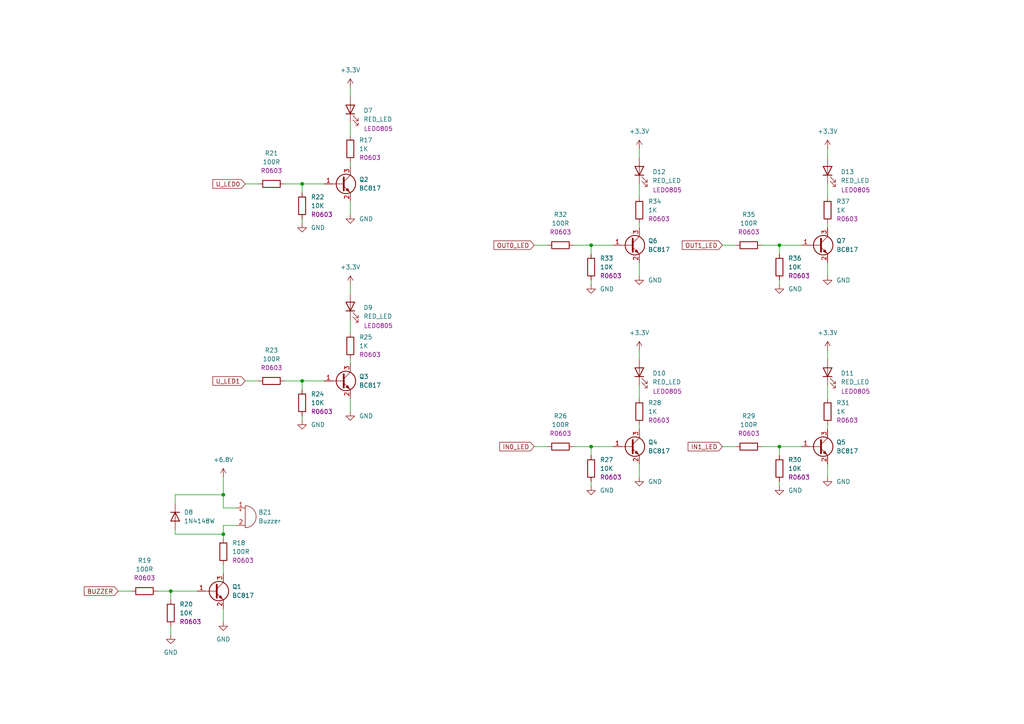
<source format=kicad_sch>
(kicad_sch (version 20250114) (generator "eeschema") (generator_version "9.0")
  (paper "A4")
  (lib_symbols
    (symbol "Device:Buzzer" (pin_names (offset 0.0254) (hide yes))
      (property "Reference" "BZ" (at 3.81 1.27 0))
      (property "Value" "Buzzer" (at 3.81 -1.27 0))
      (symbol "Buzzer_0_1"
        (polyline (pts (xy -1.651 1.905) (xy -1.143 1.905)))
        (polyline (pts (xy -1.397 2.159) (xy -1.397 1.651)))
        (arc (start 0 3.175) (mid 3.1612 0) (end 0 -3.175))
        (polyline (pts (xy 0 3.175) (xy 0 -3.175)))
      )
      (symbol "Buzzer_1_1"
        (pin passive line (at -2.54 2.54 0) (length 2.54) (name "+") (number "1"))
        (pin passive line (at -2.54 -2.54 0) (length 2.54) (name "-") (number "2"))
      )
    )
    (symbol "Device:LED" (pin_numbers (hide yes)) (pin_names (offset 1.016) (hide yes))
      (property "Reference" "D" (at 0 2.54 0))
      (property "Value" "LED" (at 0 -2.54 0))
      (symbol "LED_0_1"
        (polyline (pts (xy -3.048 -0.762) (xy -4.572 -2.286) (xy -3.81 -2.286) (xy -4.572 -2.286) (xy -4.572 -1.524)))
        (polyline (pts (xy -1.778 -0.762) (xy -3.302 -2.286) (xy -2.54 -2.286) (xy -3.302 -2.286) (xy -3.302 -1.524)))
        (polyline (pts (xy -1.27 0) (xy 1.27 0)))
        (polyline (pts (xy -1.27 -1.27) (xy -1.27 1.27)) (stroke (width 0.254)))
        (polyline (pts (xy 1.27 -1.27) (xy 1.27 1.27) (xy -1.27 0) (xy 1.27 -1.27)) (stroke (width 0.254)))
      )
      (symbol "LED_1_1"
        (pin passive line (at -3.81 0 0) (length 2.54) (name "K") (number "1"))
        (pin passive line (at 3.81 0 180) (length 2.54) (name "A") (number "2"))
      )
    )
    (symbol "Device:R" (pin_numbers (hide yes)) (pin_names (offset 0))
      (property "Reference" "R" (at 2.032 0 90))
      (property "Value" "R" (at 0 0 90))
      (symbol "R_0_1"
        (rectangle (start -1.016 -2.54) (end 1.016 2.54) (stroke (width 0.254)))
      )
      (symbol "R_1_1"
        (pin passive line (at 0 3.81 270) (length 1.27) (name "~") (number "1"))
        (pin passive line (at 0 -3.81 90) (length 1.27) (name "~") (number "2"))
      )
    )
    (symbol "Diode:1N4148W" (pin_numbers (hide yes)) (pin_names (hide yes))
      (property "Reference" "D" (at 0 2.54 0))
      (property "Value" "1N4148W" (at 0 -2.54 0))
      (symbol "1N4148W_0_1"
        (polyline (pts (xy -1.27 1.27) (xy -1.27 -1.27)) (stroke (width 0.254)))
        (polyline (pts (xy 1.27 1.27) (xy 1.27 -1.27) (xy -1.27 0) (xy 1.27 1.27)) (stroke (width 0.254)))
        (polyline (pts (xy 1.27 0) (xy -1.27 0)))
      )
      (symbol "1N4148W_1_1"
        (pin passive line (at -3.81 0 0) (length 2.54) (name "K") (number "1"))
        (pin passive line (at 3.81 0 180) (length 2.54) (name "A") (number "2"))
      )
    )
    (symbol "Transistor_BJT:BC817" (pin_names (offset 0) (hide yes))
      (property "Reference" "Q" (at 5.08 1.905 0))
      (property "Value" "BC817" (at 5.08 0 0))
      (symbol "BC817_0_1"
        (polyline (pts (xy -2.54 0) (xy 0.635 0)))
        (polyline (pts (xy 0.635 1.905) (xy 0.635 -1.905)) (stroke (width 0.508)))
        (circle (center 1.27 0) (radius 2.8194) (stroke (width 0.254)))
      )
      (symbol "BC817_1_1"
        (polyline (pts (xy 0.635 0.635) (xy 2.54 2.54)))
        (polyline (pts (xy 0.635 -0.635) (xy 2.54 -2.54)))
        (polyline (pts (xy 1.27 -1.778) (xy 1.778 -1.27) (xy 2.286 -2.286) (xy 1.27 -1.778)) (fill (type outline)))
        (pin input line (at -5.08 0 0) (length 2.54) (name "B") (number "1"))
        (pin passive line (at 2.54 5.08 270) (length 2.54) (name "C") (number "3"))
        (pin passive line (at 2.54 -5.08 90) (length 2.54) (name "E") (number "2"))
      )
    )
    (symbol "power:+3.3V" (power) (pin_numbers (hide yes)) (pin_names (offset 0) (hide yes))
      (property "Value" "+3.3V" (at 0 3.556 0))
      (symbol "+3.3V_0_1"
        (polyline (pts (xy -0.762 1.27) (xy 0 2.54)))
        (polyline (pts (xy 0 2.54) (xy 0.762 1.27)))
        (polyline (pts (xy 0 0) (xy 0 2.54)))
      )
      (symbol "+3.3V_1_1"
        (pin power_in line (at 0 0 90) (length 0) (name "~") (number "1"))
      )
    )
    (symbol "power:GND" (power) (pin_numbers (hide yes)) (pin_names (offset 0) (hide yes))
      (property "Value" "GND" (at 0 -3.81 0))
      (symbol "GND_0_1"
        (polyline (pts (xy 0 0) (xy 0 -1.27) (xy 1.27 -1.27) (xy 0 -2.54) (xy -1.27 -1.27) (xy 0 -1.27)))
      )
      (symbol "GND_1_1"
        (pin power_in line (at 0 0 270) (length 0) (name "~") (number "1"))
      )
    )
  )
  (junction (at 49.53 171.45))
  (junction (at 226.06 129.54))
  (junction (at 64.77 143.51))
  (junction (at 171.45 71.12))
  (junction (at 226.06 71.12))
  (junction (at 64.77 154.94))
  (junction (at 87.63 110.49))
  (junction (at 87.63 53.34))
  (junction (at 171.45 129.54))
  (wire (pts (xy 50.8 146.05) (xy 50.8 143.51)))
  (wire (pts (xy 64.77 143.51) (xy 64.77 147.32)))
  (wire (pts (xy 154.94 71.12) (xy 158.75 71.12)))
  (wire (pts (xy 154.94 129.54) (xy 158.75 129.54)))
  (wire (pts (xy 45.72 171.45) (xy 49.53 171.45)))
  (wire (pts (xy 226.06 71.12) (xy 232.41 71.12)))
  (wire (pts (xy 209.55 129.54) (xy 213.36 129.54)))
  (wire (pts (xy 185.42 101.6) (xy 185.42 104.14)))
  (wire (pts (xy 240.03 64.77) (xy 240.03 66.04)))
  (wire (pts (xy 185.42 43.18) (xy 185.42 45.72)))
  (wire (pts (xy 64.77 163.83) (xy 64.77 166.37)))
  (wire (pts (xy 101.6 82.55) (xy 101.6 85.09)))
  (wire (pts (xy 185.42 53.34) (xy 185.42 57.15)))
  (wire (pts (xy 87.63 53.34) (xy 93.98 53.34)))
  (wire (pts (xy 82.55 53.34) (xy 87.63 53.34)))
  (wire (pts (xy 49.53 171.45) (xy 49.53 173.99)))
  (wire (pts (xy 171.45 139.7) (xy 171.45 140.97)))
  (wire (pts (xy 49.53 181.61) (xy 49.53 184.15)))
  (wire (pts (xy 101.6 25.4) (xy 101.6 27.94)))
  (wire (pts (xy 240.03 134.62) (xy 240.03 138.43)))
  (wire (pts (xy 68.58 147.32) (xy 64.77 147.32)))
  (wire (pts (xy 34.29 171.45) (xy 38.1 171.45)))
  (wire (pts (xy 64.77 152.4) (xy 64.77 154.94)))
  (wire (pts (xy 101.6 92.71) (xy 101.6 96.52)))
  (wire (pts (xy 87.63 120.65) (xy 87.63 121.92)))
  (wire (pts (xy 226.06 81.28) (xy 226.06 82.55)))
  (wire (pts (xy 71.12 110.49) (xy 74.93 110.49)))
  (wire (pts (xy 166.37 129.54) (xy 171.45 129.54)))
  (wire (pts (xy 185.42 76.2) (xy 185.42 80.01)))
  (wire (pts (xy 64.77 176.53) (xy 64.77 180.34)))
  (wire (pts (xy 71.12 53.34) (xy 74.93 53.34)))
  (wire (pts (xy 101.6 46.99) (xy 101.6 48.26)))
  (wire (pts (xy 101.6 104.14) (xy 101.6 105.41)))
  (wire (pts (xy 185.42 134.62) (xy 185.42 138.43)))
  (wire (pts (xy 185.42 64.77) (xy 185.42 66.04)))
  (wire (pts (xy 220.98 71.12) (xy 226.06 71.12)))
  (wire (pts (xy 50.8 154.94) (xy 64.77 154.94)))
  (wire (pts (xy 171.45 81.28) (xy 171.45 82.55)))
  (wire (pts (xy 171.45 129.54) (xy 171.45 132.08)))
  (wire (pts (xy 209.55 71.12) (xy 213.36 71.12)))
  (wire (pts (xy 101.6 35.56) (xy 101.6 39.37)))
  (wire (pts (xy 185.42 111.76) (xy 185.42 115.57)))
  (wire (pts (xy 240.03 123.19) (xy 240.03 124.46)))
  (wire (pts (xy 87.63 110.49) (xy 93.98 110.49)))
  (wire (pts (xy 171.45 71.12) (xy 177.8 71.12)))
  (wire (pts (xy 50.8 143.51) (xy 64.77 143.51)))
  (wire (pts (xy 87.63 53.34) (xy 87.63 55.88)))
  (wire (pts (xy 226.06 129.54) (xy 232.41 129.54)))
  (wire (pts (xy 101.6 115.57) (xy 101.6 119.38)))
  (wire (pts (xy 87.63 110.49) (xy 87.63 113.03)))
  (wire (pts (xy 226.06 139.7) (xy 226.06 140.97)))
  (wire (pts (xy 185.42 123.19) (xy 185.42 124.46)))
  (wire (pts (xy 171.45 71.12) (xy 171.45 73.66)))
  (wire (pts (xy 240.03 111.76) (xy 240.03 115.57)))
  (wire (pts (xy 64.77 154.94) (xy 64.77 156.21)))
  (wire (pts (xy 240.03 53.34) (xy 240.03 57.15)))
  (wire (pts (xy 101.6 58.42) (xy 101.6 62.23)))
  (wire (pts (xy 220.98 129.54) (xy 226.06 129.54)))
  (wire (pts (xy 240.03 76.2) (xy 240.03 80.01)))
  (wire (pts (xy 82.55 110.49) (xy 87.63 110.49)))
  (wire (pts (xy 87.63 63.5) (xy 87.63 64.77)))
  (wire (pts (xy 64.77 152.4) (xy 68.58 152.4)))
  (wire (pts (xy 226.06 71.12) (xy 226.06 73.66)))
  (wire (pts (xy 171.45 129.54) (xy 177.8 129.54)))
  (wire (pts (xy 49.53 171.45) (xy 57.15 171.45)))
  (wire (pts (xy 50.8 153.67) (xy 50.8 154.94)))
  (wire (pts (xy 166.37 71.12) (xy 171.45 71.12)))
  (wire (pts (xy 64.77 138.43) (xy 64.77 143.51)))
  (wire (pts (xy 226.06 129.54) (xy 226.06 132.08)))
  (wire (pts (xy 240.03 43.18) (xy 240.03 45.72)))
  (wire (pts (xy 240.03 101.6) (xy 240.03 104.14)))
  (global_label "BUZZER" (shape input) (at 34.29 171.45 180) (property "Intersheetrefs" "${INTERSHEET_REFS}" (effects (hide yes))))
  (global_label "IN0_LED" (shape input) (at 154.94 129.54 180) (property "Intersheetrefs" "${INTERSHEET_REFS}" (effects (hide yes))))
  (global_label "OUT1_LED" (shape input) (at 209.55 71.12 180) (property "Intersheetrefs" "${INTERSHEET_REFS}" (effects (hide yes))))
  (global_label "OUT0_LED" (shape input) (at 154.94 71.12 180) (property "Intersheetrefs" "${INTERSHEET_REFS}" (effects (hide yes))))
  (global_label "IN1_LED" (shape input) (at 209.55 129.54 180) (property "Intersheetrefs" "${INTERSHEET_REFS}" (effects (hide yes))))
  (global_label "U_LED1" (shape input) (at 71.12 110.49 180) (property "Intersheetrefs" "${INTERSHEET_REFS}" (effects (hide yes))))
  (global_label "U_LED0" (shape input) (at 71.12 53.34 180) (property "Intersheetrefs" "${INTERSHEET_REFS}" (effects (hide yes))))
  (symbol (lib_id "Device:R") (at 162.56 129.54 90) (unit 1)
    (property "Reference" "R26" (at 162.56 120.65 90))
    (property "Value" "100R" (at 162.56 123.19 90))
    (property "Footprint" "Resistor_SMD:R_0603_1608Metric" (effects (hide yes)))
    (property "Description" "Resistor" (effects (hide yes)))
    (property "Package" "R0603" (at 162.56 125.73 90))
  )
  (symbol (lib_id "power:GND") (at 87.63 64.77 0) (unit 1)
    (property "Reference" "#PWR087" (effects (hide yes)))
    (property "Value" "GND" (at 90.17 66.0399 0) (effects (justify left)))
    (property "Description" "Power symbol creates a global label with name \"GND\" , ground" (effects (hide yes)))
  )
  (symbol (lib_id "Transistor_BJT:BC817") (at 182.88 129.54 0) (unit 1)
    (property "Reference" "Q4" (at 187.96 128.2699 0) (effects (justify left)))
    (property "Value" "BC817" (at 187.96 130.8099 0) (effects (justify left)))
    (property "Footprint" "Package_TO_SOT_SMD:SOT-23" (effects (hide yes)))
    (property "Datasheet" "https://www.onsemi.com/pub/Collateral/BC818-D.pdf" (effects (hide yes)))
    (property "Description" "0.8A Ic, 45V Vce, NPN Transistor, SOT-23" (effects (hide yes)))
  )
  (symbol (lib_id "Device:LED") (at 101.6 88.9 90) (unit 1)
    (property "Reference" "D9" (at 105.41 89.2174 90) (effects (justify right)))
    (property "Value" "RED_LED" (at 105.41 91.7574 90) (effects (justify right)))
    (property "Footprint" "Resistor_SMD:R_0805_2012Metric" (effects (hide yes)))
    (property "Description" "Light emitting diode" (effects (hide yes)))
    (property "Sim.Pins" "1=K 2=A" (effects (hide yes)))
    (property "Package" "LED0805" (at 109.728 94.488 90))
  )
  (symbol (lib_id "Device:R") (at 87.63 116.84 0) (unit 1)
    (property "Reference" "R24" (at 90.17 114.2999 0) (effects (justify left)))
    (property "Value" "10K" (at 90.17 116.8399 0) (effects (justify left)))
    (property "Footprint" "Resistor_SMD:R_0603_1608Metric" (effects (hide yes)))
    (property "Description" "Resistor" (effects (hide yes)))
    (property "Package" "R0603" (at 90.17 119.3799 0) (effects (justify left)))
  )
  (symbol (lib_id "Device:LED") (at 240.03 107.95 90) (unit 1)
    (property "Reference" "D11" (at 243.84 108.2674 90) (effects (justify right)))
    (property "Value" "RED_LED" (at 243.84 110.8074 90) (effects (justify right)))
    (property "Footprint" "Resistor_SMD:R_0805_2012Metric" (effects (hide yes)))
    (property "Description" "Light emitting diode" (effects (hide yes)))
    (property "Sim.Pins" "1=K 2=A" (effects (hide yes)))
    (property "Package" "LED0805" (at 248.158 113.538 90))
  )
  (symbol (lib_id "power:GND") (at 49.53 184.15 0) (unit 1)
    (property "Reference" "#PWR084" (effects (hide yes)))
    (property "Value" "GND" (at 49.53 189.23 0))
    (property "Description" "Power symbol creates a global label with name \"GND\" , ground" (effects (hide yes)))
  )
  (symbol (lib_id "power:GND") (at 101.6 62.23 0) (unit 1)
    (property "Reference" "#PWR083" (effects (hide yes)))
    (property "Value" "GND" (at 104.14 63.4999 0) (effects (justify left)))
    (property "Description" "Power symbol creates a global label with name \"GND\" , ground" (effects (hide yes)))
  )
  (symbol (lib_id "Device:R") (at 49.53 177.8 0) (unit 1)
    (property "Reference" "R20" (at 52.07 175.2599 0) (effects (justify left)))
    (property "Value" "10K" (at 52.07 177.7999 0) (effects (justify left)))
    (property "Footprint" "Resistor_SMD:R_0603_1608Metric" (effects (hide yes)))
    (property "Description" "Resistor" (effects (hide yes)))
    (property "Package" "R0603" (at 52.07 180.3399 0) (effects (justify left)))
  )
  (symbol (lib_id "Device:R") (at 185.42 119.38 0) (unit 1)
    (property "Reference" "R28" (at 187.96 116.8399 0) (effects (justify left)))
    (property "Value" "1K" (at 187.96 119.3799 0) (effects (justify left)))
    (property "Footprint" "Resistor_SMD:R_0603_1608Metric" (effects (hide yes)))
    (property "Description" "Resistor" (effects (hide yes)))
    (property "Package" "R0603" (at 187.96 121.9199 0) (effects (justify left)))
  )
  (symbol (lib_id "Diode:1N4148W") (at 50.8 149.86 270) (unit 1)
    (property "Reference" "D8" (at 53.34 148.5899 90) (effects (justify left)))
    (property "Value" "1N4148W" (at 53.34 151.1299 90) (effects (justify left)))
    (property "Footprint" "Diode_SMD:D_SOD-123" (effects (hide yes)))
    (property "Datasheet" "https://www.vishay.com/docs/85748/1n4148w.pdf" (effects (hide yes)))
    (property "Description" "75V 0.15A Fast Switching Diode, SOD-123" (effects (hide yes)))
    (property "Sim.Device" "D" (effects (hide yes)))
    (property "Sim.Pins" "1=K 2=A" (effects (hide yes)))
  )
  (symbol (lib_id "Transistor_BJT:BC817") (at 182.88 71.12 0) (unit 1)
    (property "Reference" "Q6" (at 187.96 69.8499 0) (effects (justify left)))
    (property "Value" "BC817" (at 187.96 72.3899 0) (effects (justify left)))
    (property "Footprint" "Package_TO_SOT_SMD:SOT-23" (effects (hide yes)))
    (property "Datasheet" "https://www.onsemi.com/pub/Collateral/BC818-D.pdf" (effects (hide yes)))
    (property "Description" "0.8A Ic, 45V Vce, NPN Transistor, SOT-23" (effects (hide yes)))
  )
  (symbol (lib_id "power:GND") (at 226.06 140.97 0) (unit 1)
    (property "Reference" "#PWR094" (effects (hide yes)))
    (property "Value" "GND" (at 228.6 142.2399 0) (effects (justify left)))
    (property "Description" "Power symbol creates a global label with name \"GND\" , ground" (effects (hide yes)))
  )
  (symbol (lib_id "Device:R") (at 171.45 135.89 0) (unit 1)
    (property "Reference" "R27" (at 173.99 133.3499 0) (effects (justify left)))
    (property "Value" "10K" (at 173.99 135.8899 0) (effects (justify left)))
    (property "Footprint" "Resistor_SMD:R_0603_1608Metric" (effects (hide yes)))
    (property "Description" "Resistor" (effects (hide yes)))
    (property "Package" "R0603" (at 173.99 138.4299 0) (effects (justify left)))
  )
  (symbol (lib_id "power:+3.3V") (at 185.42 43.18 0) (unit 1)
    (property "Reference" "#PWR098" (effects (hide yes)))
    (property "Value" "+3.3V" (at 185.42 38.1 0))
    (property "Description" "Power symbol creates a global label with name \"+3.3V\"" (effects (hide yes)))
  )
  (symbol (lib_id "Device:R") (at 162.56 71.12 90) (unit 1)
    (property "Reference" "R32" (at 162.56 62.23 90))
    (property "Value" "100R" (at 162.56 64.77 90))
    (property "Footprint" "Resistor_SMD:R_0603_1608Metric" (effects (hide yes)))
    (property "Description" "Resistor" (effects (hide yes)))
    (property "Package" "R0603" (at 162.56 67.31 90))
  )
  (symbol (lib_id "power:+3.3V") (at 240.03 101.6 0) (unit 1)
    (property "Reference" "#PWR095" (effects (hide yes)))
    (property "Value" "+3.3V" (at 240.03 96.52 0))
    (property "Description" "Power symbol creates a global label with name \"+3.3V\"" (effects (hide yes)))
  )
  (symbol (lib_id "Device:R") (at 78.74 110.49 90) (unit 1)
    (property "Reference" "R23" (at 78.74 101.6 90))
    (property "Value" "100R" (at 78.74 104.14 90))
    (property "Footprint" "Resistor_SMD:R_0603_1608Metric" (effects (hide yes)))
    (property "Description" "Resistor" (effects (hide yes)))
    (property "Package" "R0603" (at 78.74 106.68 90))
  )
  (symbol (lib_id "power:GND") (at 87.63 121.92 0) (unit 1)
    (property "Reference" "#PWR088" (effects (hide yes)))
    (property "Value" "GND" (at 90.17 123.1899 0) (effects (justify left)))
    (property "Description" "Power symbol creates a global label with name \"GND\" , ground" (effects (hide yes)))
  )
  (symbol (lib_id "power:+3.3V") (at 64.77 138.43 0) (unit 1)
    (property "Reference" "#PWR085" (effects (hide yes)))
    (property "Value" "+6.8V" (at 64.77 133.35 0))
    (property "Description" "Power symbol creates a global label with name \"+3.3V\"" (effects (hide yes)))
  )
  (symbol (lib_id "Device:R") (at 217.17 129.54 90) (unit 1)
    (property "Reference" "R29" (at 217.17 120.65 90))
    (property "Value" "100R" (at 217.17 123.19 90))
    (property "Footprint" "Resistor_SMD:R_0603_1608Metric" (effects (hide yes)))
    (property "Description" "Resistor" (effects (hide yes)))
    (property "Package" "R0603" (at 217.17 125.73 90))
  )
  (symbol (lib_id "power:+3.3V") (at 101.6 82.55 0) (unit 1)
    (property "Reference" "#PWR089" (effects (hide yes)))
    (property "Value" "+3.3V" (at 101.6 77.47 0))
    (property "Description" "Power symbol creates a global label with name \"+3.3V\"" (effects (hide yes)))
  )
  (symbol (lib_id "power:GND") (at 240.03 138.43 0) (unit 1)
    (property "Reference" "#PWR096" (effects (hide yes)))
    (property "Value" "GND" (at 242.57 139.6999 0) (effects (justify left)))
    (property "Description" "Power symbol creates a global label with name \"GND\" , ground" (effects (hide yes)))
  )
  (symbol (lib_id "Device:R") (at 64.77 160.02 0) (unit 1)
    (property "Reference" "R18" (at 67.31 157.4799 0) (effects (justify left)))
    (property "Value" "100R" (at 67.31 160.0199 0) (effects (justify left)))
    (property "Footprint" "Resistor_SMD:R_0603_1608Metric" (effects (hide yes)))
    (property "Description" "Resistor" (effects (hide yes)))
    (property "Package" "R0603" (at 67.31 162.5599 0) (effects (justify left)))
  )
  (symbol (lib_id "power:+3.3V") (at 185.42 101.6 0) (unit 1)
    (property "Reference" "#PWR092" (effects (hide yes)))
    (property "Value" "+3.3V" (at 185.42 96.52 0))
    (property "Description" "Power symbol creates a global label with name \"+3.3V\"" (effects (hide yes)))
  )
  (symbol (lib_id "Device:R") (at 240.03 60.96 0) (unit 1)
    (property "Reference" "R37" (at 242.57 58.4199 0) (effects (justify left)))
    (property "Value" "1K" (at 242.57 60.9599 0) (effects (justify left)))
    (property "Footprint" "Resistor_SMD:R_0603_1608Metric" (effects (hide yes)))
    (property "Description" "Resistor" (effects (hide yes)))
    (property "Package" "R0603" (at 242.57 63.4999 0) (effects (justify left)))
  )
  (symbol (lib_id "Device:R") (at 41.91 171.45 90) (unit 1)
    (property "Reference" "R19" (at 41.91 162.56 90))
    (property "Value" "100R" (at 41.91 165.1 90))
    (property "Footprint" "Resistor_SMD:R_0603_1608Metric" (effects (hide yes)))
    (property "Description" "Resistor" (effects (hide yes)))
    (property "Package" "R0603" (at 41.91 167.64 90))
  )
  (symbol (lib_id "Device:R") (at 226.06 135.89 0) (unit 1)
    (property "Reference" "R30" (at 228.6 133.3499 0) (effects (justify left)))
    (property "Value" "10K" (at 228.6 135.8899 0) (effects (justify left)))
    (property "Footprint" "Resistor_SMD:R_0603_1608Metric" (effects (hide yes)))
    (property "Description" "Resistor" (effects (hide yes)))
    (property "Package" "R0603" (at 228.6 138.4299 0) (effects (justify left)))
  )
  (symbol (lib_id "Transistor_BJT:BC817") (at 62.23 171.45 0) (unit 1)
    (property "Reference" "Q1" (at 67.31 170.1799 0) (effects (justify left)))
    (property "Value" "BC817" (at 67.31 172.7199 0) (effects (justify left)))
    (property "Footprint" "Package_TO_SOT_SMD:SOT-23" (effects (hide yes)))
    (property "Datasheet" "https://www.onsemi.com/pub/Collateral/BC818-D.pdf" (effects (hide yes)))
    (property "Description" "0.8A Ic, 45V Vce, NPN Transistor, SOT-23" (effects (hide yes)))
  )
  (symbol (lib_id "Transistor_BJT:BC817") (at 237.49 129.54 0) (unit 1)
    (property "Reference" "Q5" (at 242.57 128.2699 0) (effects (justify left)))
    (property "Value" "BC817" (at 242.57 130.8099 0) (effects (justify left)))
    (property "Footprint" "Package_TO_SOT_SMD:SOT-23" (effects (hide yes)))
    (property "Datasheet" "https://www.onsemi.com/pub/Collateral/BC818-D.pdf" (effects (hide yes)))
    (property "Description" "0.8A Ic, 45V Vce, NPN Transistor, SOT-23" (effects (hide yes)))
  )
  (symbol (lib_id "power:+3.3V") (at 240.03 43.18 0) (unit 1)
    (property "Reference" "#PWR0101" (effects (hide yes)))
    (property "Value" "+3.3V" (at 240.03 38.1 0))
    (property "Description" "Power symbol creates a global label with name \"+3.3V\"" (effects (hide yes)))
  )
  (symbol (lib_id "Device:R") (at 226.06 77.47 0) (unit 1)
    (property "Reference" "R36" (at 228.6 74.9299 0) (effects (justify left)))
    (property "Value" "10K" (at 228.6 77.4699 0) (effects (justify left)))
    (property "Footprint" "Resistor_SMD:R_0603_1608Metric" (effects (hide yes)))
    (property "Description" "Resistor" (effects (hide yes)))
    (property "Package" "R0603" (at 228.6 80.0099 0) (effects (justify left)))
  )
  (symbol (lib_id "Device:R") (at 240.03 119.38 0) (unit 1)
    (property "Reference" "R31" (at 242.57 116.8399 0) (effects (justify left)))
    (property "Value" "1K" (at 242.57 119.3799 0) (effects (justify left)))
    (property "Footprint" "Resistor_SMD:R_0603_1608Metric" (effects (hide yes)))
    (property "Description" "Resistor" (effects (hide yes)))
    (property "Package" "R0603" (at 242.57 121.9199 0) (effects (justify left)))
  )
  (symbol (lib_id "Transistor_BJT:BC817") (at 237.49 71.12 0) (unit 1)
    (property "Reference" "Q7" (at 242.57 69.8499 0) (effects (justify left)))
    (property "Value" "BC817" (at 242.57 72.3899 0) (effects (justify left)))
    (property "Footprint" "Package_TO_SOT_SMD:SOT-23" (effects (hide yes)))
    (property "Datasheet" "https://www.onsemi.com/pub/Collateral/BC818-D.pdf" (effects (hide yes)))
    (property "Description" "0.8A Ic, 45V Vce, NPN Transistor, SOT-23" (effects (hide yes)))
  )
  (symbol (lib_id "Transistor_BJT:BC817") (at 99.06 110.49 0) (unit 1)
    (property "Reference" "Q3" (at 104.14 109.2199 0) (effects (justify left)))
    (property "Value" "BC817" (at 104.14 111.7599 0) (effects (justify left)))
    (property "Footprint" "Package_TO_SOT_SMD:SOT-23" (effects (hide yes)))
    (property "Datasheet" "https://www.onsemi.com/pub/Collateral/BC818-D.pdf" (effects (hide yes)))
    (property "Description" "0.8A Ic, 45V Vce, NPN Transistor, SOT-23" (effects (hide yes)))
  )
  (symbol (lib_id "Device:LED") (at 240.03 49.53 90) (unit 1)
    (property "Reference" "D13" (at 243.84 49.8474 90) (effects (justify right)))
    (property "Value" "RED_LED" (at 243.84 52.3874 90) (effects (justify right)))
    (property "Footprint" "Resistor_SMD:R_0805_2012Metric" (effects (hide yes)))
    (property "Description" "Light emitting diode" (effects (hide yes)))
    (property "Sim.Pins" "1=K 2=A" (effects (hide yes)))
    (property "Package" "LED0805" (at 248.158 55.118 90))
  )
  (symbol (lib_id "Transistor_BJT:BC817") (at 99.06 53.34 0) (unit 1)
    (property "Reference" "Q2" (at 104.14 52.0699 0) (effects (justify left)))
    (property "Value" "BC817" (at 104.14 54.6099 0) (effects (justify left)))
    (property "Footprint" "Package_TO_SOT_SMD:SOT-23" (effects (hide yes)))
    (property "Datasheet" "https://www.onsemi.com/pub/Collateral/BC818-D.pdf" (effects (hide yes)))
    (property "Description" "0.8A Ic, 45V Vce, NPN Transistor, SOT-23" (effects (hide yes)))
  )
  (symbol (lib_id "Device:R") (at 101.6 43.18 0) (unit 1)
    (property "Reference" "R17" (at 104.14 40.6399 0) (effects (justify left)))
    (property "Value" "1K" (at 104.14 43.1799 0) (effects (justify left)))
    (property "Footprint" "Resistor_SMD:R_0603_1608Metric" (effects (hide yes)))
    (property "Description" "Resistor" (effects (hide yes)))
    (property "Package" "R0603" (at 104.14 45.7199 0) (effects (justify left)))
  )
  (symbol (lib_id "power:GND") (at 171.45 140.97 0) (unit 1)
    (property "Reference" "#PWR091" (effects (hide yes)))
    (property "Value" "GND" (at 173.99 142.2399 0) (effects (justify left)))
    (property "Description" "Power symbol creates a global label with name \"GND\" , ground" (effects (hide yes)))
  )
  (symbol (lib_id "power:GND") (at 171.45 82.55 0) (unit 1)
    (property "Reference" "#PWR097" (effects (hide yes)))
    (property "Value" "GND" (at 173.99 83.8199 0) (effects (justify left)))
    (property "Description" "Power symbol creates a global label with name \"GND\" , ground" (effects (hide yes)))
  )
  (symbol (lib_id "power:GND") (at 64.77 180.34 0) (unit 1)
    (property "Reference" "#PWR082" (effects (hide yes)))
    (property "Value" "GND" (at 64.77 185.42 0))
    (property "Description" "Power symbol creates a global label with name \"GND\" , ground" (effects (hide yes)))
  )
  (symbol (lib_id "Device:R") (at 185.42 60.96 0) (unit 1)
    (property "Reference" "R34" (at 187.96 58.4199 0) (effects (justify left)))
    (property "Value" "1K" (at 187.96 60.9599 0) (effects (justify left)))
    (property "Footprint" "Resistor_SMD:R_0603_1608Metric" (effects (hide yes)))
    (property "Description" "Resistor" (effects (hide yes)))
    (property "Package" "R0603" (at 187.96 63.4999 0) (effects (justify left)))
  )
  (symbol (lib_id "Device:LED") (at 185.42 49.53 90) (unit 1)
    (property "Reference" "D12" (at 189.23 49.8474 90) (effects (justify right)))
    (property "Value" "RED_LED" (at 189.23 52.3874 90) (effects (justify right)))
    (property "Footprint" "Resistor_SMD:R_0805_2012Metric" (effects (hide yes)))
    (property "Description" "Light emitting diode" (effects (hide yes)))
    (property "Sim.Pins" "1=K 2=A" (effects (hide yes)))
    (property "Package" "LED0805" (at 193.548 55.118 90))
  )
  (symbol (lib_id "power:GND") (at 226.06 82.55 0) (unit 1)
    (property "Reference" "#PWR0100" (effects (hide yes)))
    (property "Value" "GND" (at 228.6 83.8199 0) (effects (justify left)))
    (property "Description" "Power symbol creates a global label with name \"GND\" , ground" (effects (hide yes)))
  )
  (symbol (lib_id "Device:R") (at 217.17 71.12 90) (unit 1)
    (property "Reference" "R35" (at 217.17 62.23 90))
    (property "Value" "100R" (at 217.17 64.77 90))
    (property "Footprint" "Resistor_SMD:R_0603_1608Metric" (effects (hide yes)))
    (property "Description" "Resistor" (effects (hide yes)))
    (property "Package" "R0603" (at 217.17 67.31 90))
  )
  (symbol (lib_id "Device:Buzzer") (at 71.12 149.86 0) (unit 1)
    (property "Reference" "BZ1" (at 74.93 148.5899 0) (effects (justify left)))
    (property "Value" "Buzzer" (at 74.93 151.1299 0) (effects (justify left)))
    (property "Description" "Buzzer, polarized" (effects (hide yes)))
  )
  (symbol (lib_id "power:GND") (at 240.03 80.01 0) (unit 1)
    (property "Reference" "#PWR0102" (effects (hide yes)))
    (property "Value" "GND" (at 242.57 81.2799 0) (effects (justify left)))
    (property "Description" "Power symbol creates a global label with name \"GND\" , ground" (effects (hide yes)))
  )
  (symbol (lib_id "power:GND") (at 101.6 119.38 0) (unit 1)
    (property "Reference" "#PWR090" (effects (hide yes)))
    (property "Value" "GND" (at 104.14 120.6499 0) (effects (justify left)))
    (property "Description" "Power symbol creates a global label with name \"GND\" , ground" (effects (hide yes)))
  )
  (symbol (lib_id "power:GND") (at 185.42 138.43 0) (unit 1)
    (property "Reference" "#PWR093" (effects (hide yes)))
    (property "Value" "GND" (at 187.96 139.6999 0) (effects (justify left)))
    (property "Description" "Power symbol creates a global label with name \"GND\" , ground" (effects (hide yes)))
  )
  (symbol (lib_id "Device:R") (at 101.6 100.33 0) (unit 1)
    (property "Reference" "R25" (at 104.14 97.7899 0) (effects (justify left)))
    (property "Value" "1K" (at 104.14 100.3299 0) (effects (justify left)))
    (property "Footprint" "Resistor_SMD:R_0603_1608Metric" (effects (hide yes)))
    (property "Description" "Resistor" (effects (hide yes)))
    (property "Package" "R0603" (at 104.14 102.8699 0) (effects (justify left)))
  )
  (symbol (lib_id "Device:R") (at 171.45 77.47 0) (unit 1)
    (property "Reference" "R33" (at 173.99 74.9299 0) (effects (justify left)))
    (property "Value" "10K" (at 173.99 77.4699 0) (effects (justify left)))
    (property "Footprint" "Resistor_SMD:R_0603_1608Metric" (effects (hide yes)))
    (property "Description" "Resistor" (effects (hide yes)))
    (property "Package" "R0603" (at 173.99 80.0099 0) (effects (justify left)))
  )
  (symbol (lib_id "Device:LED") (at 185.42 107.95 90) (unit 1)
    (property "Reference" "D10" (at 189.23 108.2674 90) (effects (justify right)))
    (property "Value" "RED_LED" (at 189.23 110.8074 90) (effects (justify right)))
    (property "Footprint" "Resistor_SMD:R_0805_2012Metric" (effects (hide yes)))
    (property "Description" "Light emitting diode" (effects (hide yes)))
    (property "Sim.Pins" "1=K 2=A" (effects (hide yes)))
    (property "Package" "LED0805" (at 193.548 113.538 90))
  )
  (symbol (lib_id "Device:R") (at 78.74 53.34 90) (unit 1)
    (property "Reference" "R21" (at 78.74 44.45 90))
    (property "Value" "100R" (at 78.74 46.99 90))
    (property "Footprint" "Resistor_SMD:R_0603_1608Metric" (effects (hide yes)))
    (property "Description" "Resistor" (effects (hide yes)))
    (property "Package" "R0603" (at 78.74 49.53 90))
  )
  (symbol (lib_id "Device:R") (at 87.63 59.69 0) (unit 1)
    (property "Reference" "R22" (at 90.17 57.1499 0) (effects (justify left)))
    (property "Value" "10K" (at 90.17 59.6899 0) (effects (justify left)))
    (property "Footprint" "Resistor_SMD:R_0603_1608Metric" (effects (hide yes)))
    (property "Description" "Resistor" (effects (hide yes)))
    (property "Package" "R0603" (at 90.17 62.2299 0) (effects (justify left)))
  )
  (symbol (lib_id "Device:LED") (at 101.6 31.75 90) (unit 1)
    (property "Reference" "D7" (at 105.41 32.0674 90) (effects (justify right)))
    (property "Value" "RED_LED" (at 105.41 34.6074 90) (effects (justify right)))
    (property "Footprint" "Resistor_SMD:R_0805_2012Metric" (effects (hide yes)))
    (property "Description" "Light emitting diode" (effects (hide yes)))
    (property "Sim.Pins" "1=K 2=A" (effects (hide yes)))
    (property "Package" "LED0805" (at 109.728 37.338 90))
  )
  (symbol (lib_id "power:GND") (at 185.42 80.01 0) (unit 1)
    (property "Reference" "#PWR099" (effects (hide yes)))
    (property "Value" "GND" (at 187.96 81.2799 0) (effects (justify left)))
    (property "Description" "Power symbol creates a global label with name \"GND\" , ground" (effects (hide yes)))
  )
  (symbol (lib_id "power:+3.3V") (at 101.6 25.4 0) (unit 1)
    (property "Reference" "#PWR086" (effects (hide yes)))
    (property "Value" "+3.3V" (at 101.6 20.32 0))
    (property "Description" "Power symbol creates a global label with name \"+3.3V\"" (effects (hide yes)))
  )
)
</source>
